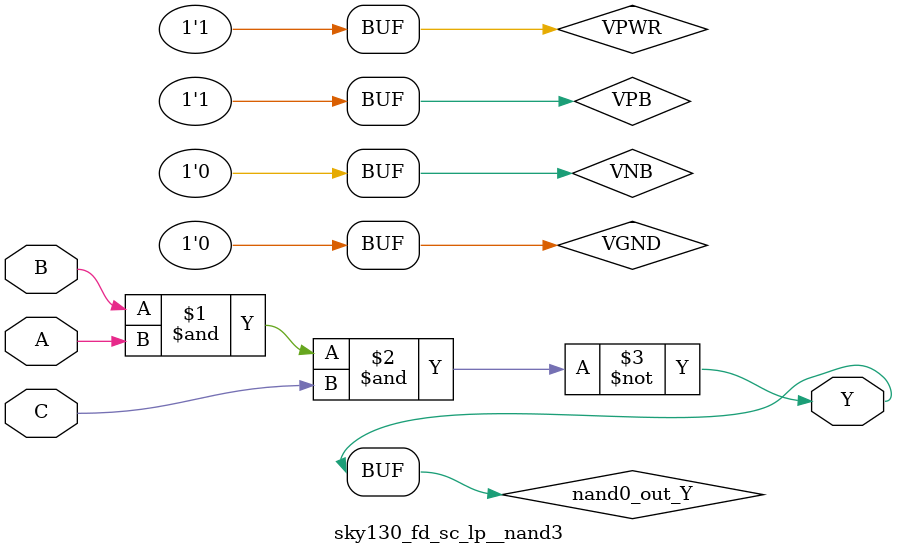
<source format=v>
/*
 * Copyright 2020 The SkyWater PDK Authors
 *
 * Licensed under the Apache License, Version 2.0 (the "License");
 * you may not use this file except in compliance with the License.
 * You may obtain a copy of the License at
 *
 *     https://www.apache.org/licenses/LICENSE-2.0
 *
 * Unless required by applicable law or agreed to in writing, software
 * distributed under the License is distributed on an "AS IS" BASIS,
 * WITHOUT WARRANTIES OR CONDITIONS OF ANY KIND, either express or implied.
 * See the License for the specific language governing permissions and
 * limitations under the License.
 *
 * SPDX-License-Identifier: Apache-2.0
*/


`ifndef SKY130_FD_SC_LP__NAND3_TIMING_V
`define SKY130_FD_SC_LP__NAND3_TIMING_V

/**
 * nand3: 3-input NAND.
 *
 * Verilog simulation timing model.
 */

`timescale 1ns / 1ps
`default_nettype none

`celldefine
module sky130_fd_sc_lp__nand3 (
    Y,
    A,
    B,
    C
);

    // Module ports
    output Y;
    input  A;
    input  B;
    input  C;

    // Module supplies
    supply1 VPWR;
    supply0 VGND;
    supply1 VPB ;
    supply0 VNB ;

    // Local signals
    wire nand0_out_Y;

    //   Name   Output       Other arguments
    nand nand0 (nand0_out_Y, B, A, C        );
    buf  buf0  (Y          , nand0_out_Y    );

endmodule
`endcelldefine

`default_nettype wire
`endif  // SKY130_FD_SC_LP__NAND3_TIMING_V

</source>
